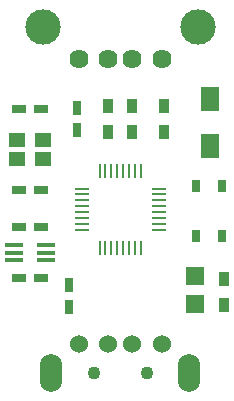
<source format=gts>
G04 #@! TF.FileFunction,Soldermask,Top*
%FSLAX46Y46*%
G04 Gerber Fmt 4.6, Leading zero omitted, Abs format (unit mm)*
G04 Created by KiCad (PCBNEW (2014-12-10 BZR 5319)-product) date 2015年02月02日 11時42分02秒*
%MOMM*%
G01*
G04 APERTURE LIST*
%ADD10C,0.100000*%
%ADD11R,0.750000X1.200000*%
%ADD12R,1.600000X2.000000*%
%ADD13R,1.200000X0.750000*%
%ADD14R,1.600000X1.600000*%
%ADD15C,1.524000*%
%ADD16C,1.100000*%
%ADD17O,1.900000X3.200000*%
%ADD18R,0.900000X1.200000*%
%ADD19R,0.700000X1.100000*%
%ADD20R,0.280000X1.200000*%
%ADD21R,1.200000X0.280000*%
%ADD22R,1.501140X0.398780*%
%ADD23R,1.400000X1.200000*%
%ADD24C,1.620000*%
%ADD25C,3.000000*%
G04 APERTURE END LIST*
D10*
D11*
X7112000Y-26609000D03*
X7112000Y-28509000D03*
D12*
X19050000Y-10827000D03*
X19050000Y-14827000D03*
D11*
X7747000Y-13523000D03*
X7747000Y-11623000D03*
D13*
X2860000Y-18542000D03*
X4760000Y-18542000D03*
X4760000Y-11684000D03*
X2860000Y-11684000D03*
X2860000Y-26035000D03*
X4760000Y-26035000D03*
X4760000Y-21717000D03*
X2860000Y-21717000D03*
D14*
X17780000Y-25851000D03*
X17780000Y-28251000D03*
D15*
X12430000Y-31623000D03*
X10430000Y-31623000D03*
X7930000Y-31623000D03*
X14930000Y-31623000D03*
D16*
X9180000Y-34023000D03*
X13680000Y-34023000D03*
D17*
X5580000Y-34023000D03*
X17280000Y-34023000D03*
D18*
X20193000Y-28278000D03*
X20193000Y-26078000D03*
X10414000Y-11473000D03*
X10414000Y-13673000D03*
X12446000Y-11473000D03*
X12446000Y-13673000D03*
X15113000Y-11473000D03*
X15113000Y-13673000D03*
D19*
X17823000Y-22420000D03*
X17823000Y-18220000D03*
X20023000Y-18220000D03*
X20023000Y-22420000D03*
D20*
X9680000Y-23443000D03*
X10180000Y-23443000D03*
X10680000Y-23443000D03*
X11180000Y-23443000D03*
X11680000Y-23443000D03*
X12180000Y-23443000D03*
X12680000Y-23443000D03*
X13180000Y-23443000D03*
D21*
X14680000Y-21943000D03*
X14680000Y-21443000D03*
X14680000Y-20943000D03*
X14680000Y-20443000D03*
X14680000Y-19943000D03*
X14680000Y-19443000D03*
X14680000Y-18943000D03*
X14680000Y-18443000D03*
D20*
X13180000Y-16943000D03*
X12680000Y-16943000D03*
X12180000Y-16943000D03*
X11680000Y-16943000D03*
X11180000Y-16943000D03*
X10680000Y-16943000D03*
X10180000Y-16943000D03*
X9680000Y-16943000D03*
D21*
X8180000Y-18443000D03*
X8180000Y-18943000D03*
X8180000Y-19443000D03*
X8180000Y-19943000D03*
X8180000Y-20443000D03*
X8180000Y-20943000D03*
X8180000Y-21443000D03*
X8180000Y-21943000D03*
D22*
X2479040Y-23225760D03*
X2479040Y-23876000D03*
X2479040Y-24526240D03*
X5140960Y-24526240D03*
X5140960Y-23876000D03*
X5140960Y-23225760D03*
D23*
X2710000Y-15913000D03*
X4910000Y-15913000D03*
X2710000Y-14313000D03*
X4910000Y-14313000D03*
D24*
X7930000Y-7493000D03*
X10430000Y-7493000D03*
X12430000Y-7493000D03*
X14930000Y-7493000D03*
D25*
X4860000Y-4783000D03*
X18000000Y-4783000D03*
M02*

</source>
